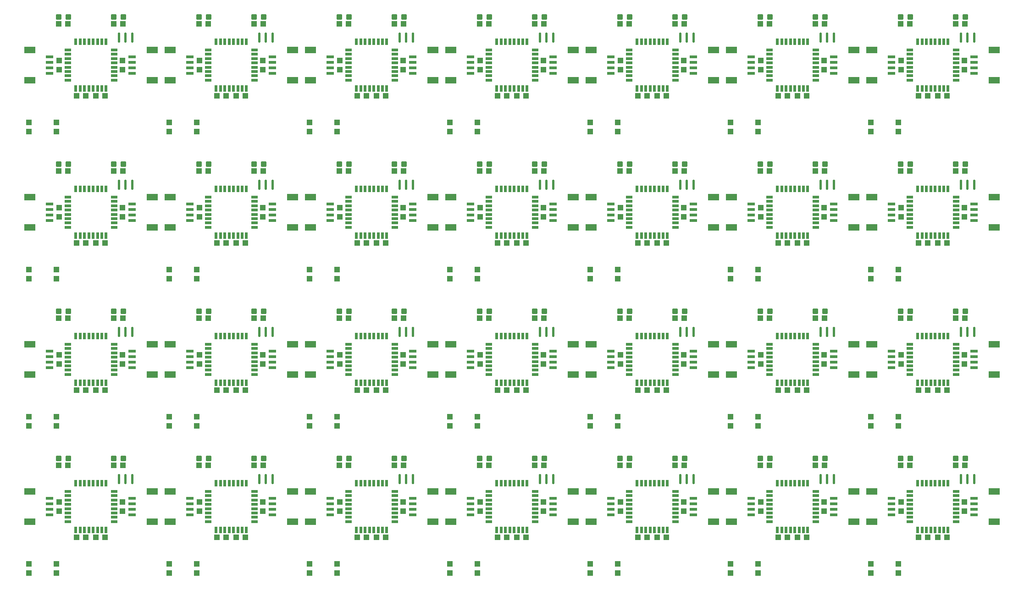
<source format=gtp>
G75*
%MOIN*%
%OFA0B0*%
%FSLAX25Y25*%
%IPPOS*%
%LPD*%
%AMOC8*
5,1,8,0,0,1.08239X$1,22.5*
%
%ADD10R,0.04331X0.03937*%
%ADD11R,0.03937X0.04331*%
%ADD12C,0.01181*%
%ADD13C,0.01772*%
%ADD14R,0.07874X0.04724*%
%ADD15R,0.05315X0.02362*%
%ADD16R,0.05000X0.02200*%
%ADD17R,0.02200X0.05000*%
D10*
X0068404Y0061250D03*
X0075096Y0061250D03*
X0082404Y0061250D03*
X0089096Y0061250D03*
X0095404Y0113750D03*
X0102096Y0113750D03*
X0062096Y0113750D03*
X0055404Y0113750D03*
X0068404Y0168250D03*
X0075096Y0168250D03*
X0082404Y0168250D03*
X0089096Y0168250D03*
X0095404Y0220750D03*
X0102096Y0220750D03*
X0062096Y0220750D03*
X0055404Y0220750D03*
X0068404Y0275250D03*
X0075096Y0275250D03*
X0082404Y0275250D03*
X0089096Y0275250D03*
X0095404Y0327750D03*
X0102096Y0327750D03*
X0062096Y0327750D03*
X0055404Y0327750D03*
X0068404Y0382250D03*
X0075096Y0382250D03*
X0082404Y0382250D03*
X0089096Y0382250D03*
X0095404Y0434750D03*
X0102096Y0434750D03*
X0062096Y0434750D03*
X0055404Y0434750D03*
X0157404Y0434750D03*
X0164096Y0434750D03*
X0197404Y0434750D03*
X0204096Y0434750D03*
X0259404Y0434750D03*
X0266096Y0434750D03*
X0299404Y0434750D03*
X0306096Y0434750D03*
X0361404Y0434750D03*
X0368096Y0434750D03*
X0401404Y0434750D03*
X0408096Y0434750D03*
X0463404Y0434750D03*
X0470096Y0434750D03*
X0503404Y0434750D03*
X0510096Y0434750D03*
X0565404Y0434750D03*
X0572096Y0434750D03*
X0605404Y0434750D03*
X0612096Y0434750D03*
X0667404Y0434750D03*
X0674096Y0434750D03*
X0707404Y0434750D03*
X0714096Y0434750D03*
X0701096Y0382250D03*
X0694404Y0382250D03*
X0687096Y0382250D03*
X0680404Y0382250D03*
X0599096Y0382250D03*
X0592404Y0382250D03*
X0585096Y0382250D03*
X0578404Y0382250D03*
X0497096Y0382250D03*
X0490404Y0382250D03*
X0483096Y0382250D03*
X0476404Y0382250D03*
X0395096Y0382250D03*
X0388404Y0382250D03*
X0381096Y0382250D03*
X0374404Y0382250D03*
X0293096Y0382250D03*
X0286404Y0382250D03*
X0279096Y0382250D03*
X0272404Y0382250D03*
X0191096Y0382250D03*
X0184404Y0382250D03*
X0177096Y0382250D03*
X0170404Y0382250D03*
X0164096Y0327750D03*
X0157404Y0327750D03*
X0197404Y0327750D03*
X0204096Y0327750D03*
X0259404Y0327750D03*
X0266096Y0327750D03*
X0299404Y0327750D03*
X0306096Y0327750D03*
X0361404Y0327750D03*
X0368096Y0327750D03*
X0401404Y0327750D03*
X0408096Y0327750D03*
X0463404Y0327750D03*
X0470096Y0327750D03*
X0503404Y0327750D03*
X0510096Y0327750D03*
X0565404Y0327750D03*
X0572096Y0327750D03*
X0605404Y0327750D03*
X0612096Y0327750D03*
X0667404Y0327750D03*
X0674096Y0327750D03*
X0707404Y0327750D03*
X0714096Y0327750D03*
X0701096Y0275250D03*
X0694404Y0275250D03*
X0687096Y0275250D03*
X0680404Y0275250D03*
X0674096Y0220750D03*
X0667404Y0220750D03*
X0707404Y0220750D03*
X0714096Y0220750D03*
X0701096Y0168250D03*
X0694404Y0168250D03*
X0687096Y0168250D03*
X0680404Y0168250D03*
X0599096Y0168250D03*
X0592404Y0168250D03*
X0585096Y0168250D03*
X0578404Y0168250D03*
X0572096Y0220750D03*
X0565404Y0220750D03*
X0605404Y0220750D03*
X0612096Y0220750D03*
X0599096Y0275250D03*
X0592404Y0275250D03*
X0585096Y0275250D03*
X0578404Y0275250D03*
X0497096Y0275250D03*
X0490404Y0275250D03*
X0483096Y0275250D03*
X0476404Y0275250D03*
X0470096Y0220750D03*
X0463404Y0220750D03*
X0503404Y0220750D03*
X0510096Y0220750D03*
X0497096Y0168250D03*
X0490404Y0168250D03*
X0483096Y0168250D03*
X0476404Y0168250D03*
X0395096Y0168250D03*
X0388404Y0168250D03*
X0381096Y0168250D03*
X0374404Y0168250D03*
X0368096Y0220750D03*
X0361404Y0220750D03*
X0401404Y0220750D03*
X0408096Y0220750D03*
X0395096Y0275250D03*
X0388404Y0275250D03*
X0381096Y0275250D03*
X0374404Y0275250D03*
X0293096Y0275250D03*
X0286404Y0275250D03*
X0279096Y0275250D03*
X0272404Y0275250D03*
X0266096Y0220750D03*
X0259404Y0220750D03*
X0299404Y0220750D03*
X0306096Y0220750D03*
X0293096Y0168250D03*
X0286404Y0168250D03*
X0279096Y0168250D03*
X0272404Y0168250D03*
X0191096Y0168250D03*
X0184404Y0168250D03*
X0177096Y0168250D03*
X0170404Y0168250D03*
X0164096Y0220750D03*
X0157404Y0220750D03*
X0197404Y0220750D03*
X0204096Y0220750D03*
X0191096Y0275250D03*
X0184404Y0275250D03*
X0177096Y0275250D03*
X0170404Y0275250D03*
X0164096Y0113750D03*
X0157404Y0113750D03*
X0197404Y0113750D03*
X0204096Y0113750D03*
X0259404Y0113750D03*
X0266096Y0113750D03*
X0299404Y0113750D03*
X0306096Y0113750D03*
X0361404Y0113750D03*
X0368096Y0113750D03*
X0401404Y0113750D03*
X0408096Y0113750D03*
X0463404Y0113750D03*
X0470096Y0113750D03*
X0503404Y0113750D03*
X0510096Y0113750D03*
X0565404Y0113750D03*
X0572096Y0113750D03*
X0605404Y0113750D03*
X0612096Y0113750D03*
X0667404Y0113750D03*
X0674096Y0113750D03*
X0707404Y0113750D03*
X0714096Y0113750D03*
X0701096Y0061250D03*
X0694404Y0061250D03*
X0687096Y0061250D03*
X0680404Y0061250D03*
X0599096Y0061250D03*
X0592404Y0061250D03*
X0585096Y0061250D03*
X0578404Y0061250D03*
X0497096Y0061250D03*
X0490404Y0061250D03*
X0483096Y0061250D03*
X0476404Y0061250D03*
X0395096Y0061250D03*
X0388404Y0061250D03*
X0381096Y0061250D03*
X0374404Y0061250D03*
X0293096Y0061250D03*
X0286404Y0061250D03*
X0279096Y0061250D03*
X0272404Y0061250D03*
X0191096Y0061250D03*
X0184404Y0061250D03*
X0177096Y0061250D03*
X0170404Y0061250D03*
D11*
X0033750Y0035404D03*
X0033750Y0042096D03*
X0053750Y0042096D03*
X0053750Y0035404D03*
X0055750Y0080404D03*
X0055750Y0087096D03*
X0101750Y0087096D03*
X0101750Y0080404D03*
X0157750Y0080404D03*
X0157750Y0087096D03*
X0203750Y0087096D03*
X0203750Y0080404D03*
X0259750Y0080404D03*
X0259750Y0087096D03*
X0305750Y0087096D03*
X0305750Y0080404D03*
X0361750Y0080404D03*
X0361750Y0087096D03*
X0407750Y0087096D03*
X0407750Y0080404D03*
X0463750Y0080404D03*
X0463750Y0087096D03*
X0509750Y0087096D03*
X0509750Y0080404D03*
X0543750Y0042096D03*
X0543750Y0035404D03*
X0563750Y0035404D03*
X0563750Y0042096D03*
X0565750Y0080404D03*
X0565750Y0087096D03*
X0611750Y0087096D03*
X0611750Y0080404D03*
X0645750Y0042096D03*
X0645750Y0035404D03*
X0665750Y0035404D03*
X0665750Y0042096D03*
X0667750Y0080404D03*
X0667750Y0087096D03*
X0713750Y0087096D03*
X0713750Y0080404D03*
X0665750Y0142404D03*
X0665750Y0149096D03*
X0645750Y0149096D03*
X0645750Y0142404D03*
X0667750Y0187404D03*
X0667750Y0194096D03*
X0713750Y0194096D03*
X0713750Y0187404D03*
X0665750Y0249404D03*
X0665750Y0256096D03*
X0645750Y0256096D03*
X0645750Y0249404D03*
X0667750Y0294404D03*
X0667750Y0301096D03*
X0713750Y0301096D03*
X0713750Y0294404D03*
X0665750Y0356404D03*
X0665750Y0363096D03*
X0645750Y0363096D03*
X0645750Y0356404D03*
X0667750Y0401404D03*
X0667750Y0408096D03*
X0713750Y0408096D03*
X0713750Y0401404D03*
X0611750Y0401404D03*
X0611750Y0408096D03*
X0565750Y0408096D03*
X0565750Y0401404D03*
X0563750Y0363096D03*
X0563750Y0356404D03*
X0543750Y0356404D03*
X0543750Y0363096D03*
X0509750Y0401404D03*
X0509750Y0408096D03*
X0463750Y0408096D03*
X0463750Y0401404D03*
X0407750Y0401404D03*
X0407750Y0408096D03*
X0361750Y0408096D03*
X0361750Y0401404D03*
X0305750Y0401404D03*
X0305750Y0408096D03*
X0259750Y0408096D03*
X0259750Y0401404D03*
X0203750Y0401404D03*
X0203750Y0408096D03*
X0157750Y0408096D03*
X0157750Y0401404D03*
X0101750Y0401404D03*
X0101750Y0408096D03*
X0055750Y0408096D03*
X0055750Y0401404D03*
X0053750Y0363096D03*
X0053750Y0356404D03*
X0033750Y0356404D03*
X0033750Y0363096D03*
X0055750Y0301096D03*
X0055750Y0294404D03*
X0101750Y0294404D03*
X0101750Y0301096D03*
X0157750Y0301096D03*
X0157750Y0294404D03*
X0203750Y0294404D03*
X0203750Y0301096D03*
X0259750Y0301096D03*
X0259750Y0294404D03*
X0305750Y0294404D03*
X0305750Y0301096D03*
X0361750Y0301096D03*
X0361750Y0294404D03*
X0407750Y0294404D03*
X0407750Y0301096D03*
X0463750Y0301096D03*
X0463750Y0294404D03*
X0509750Y0294404D03*
X0509750Y0301096D03*
X0565750Y0301096D03*
X0565750Y0294404D03*
X0611750Y0294404D03*
X0611750Y0301096D03*
X0563750Y0256096D03*
X0563750Y0249404D03*
X0543750Y0249404D03*
X0543750Y0256096D03*
X0461750Y0256096D03*
X0461750Y0249404D03*
X0441750Y0249404D03*
X0441750Y0256096D03*
X0359750Y0256096D03*
X0359750Y0249404D03*
X0339750Y0249404D03*
X0339750Y0256096D03*
X0257750Y0256096D03*
X0257750Y0249404D03*
X0237750Y0249404D03*
X0237750Y0256096D03*
X0155750Y0256096D03*
X0155750Y0249404D03*
X0135750Y0249404D03*
X0135750Y0256096D03*
X0053750Y0256096D03*
X0053750Y0249404D03*
X0033750Y0249404D03*
X0033750Y0256096D03*
X0055750Y0194096D03*
X0055750Y0187404D03*
X0101750Y0187404D03*
X0101750Y0194096D03*
X0157750Y0194096D03*
X0157750Y0187404D03*
X0203750Y0187404D03*
X0203750Y0194096D03*
X0259750Y0194096D03*
X0259750Y0187404D03*
X0305750Y0187404D03*
X0305750Y0194096D03*
X0361750Y0194096D03*
X0361750Y0187404D03*
X0407750Y0187404D03*
X0407750Y0194096D03*
X0463750Y0194096D03*
X0463750Y0187404D03*
X0509750Y0187404D03*
X0509750Y0194096D03*
X0565750Y0194096D03*
X0565750Y0187404D03*
X0611750Y0187404D03*
X0611750Y0194096D03*
X0563750Y0149096D03*
X0563750Y0142404D03*
X0543750Y0142404D03*
X0543750Y0149096D03*
X0461750Y0149096D03*
X0461750Y0142404D03*
X0441750Y0142404D03*
X0441750Y0149096D03*
X0359750Y0149096D03*
X0359750Y0142404D03*
X0339750Y0142404D03*
X0339750Y0149096D03*
X0257750Y0149096D03*
X0257750Y0142404D03*
X0237750Y0142404D03*
X0237750Y0149096D03*
X0155750Y0149096D03*
X0155750Y0142404D03*
X0135750Y0142404D03*
X0135750Y0149096D03*
X0053750Y0149096D03*
X0053750Y0142404D03*
X0033750Y0142404D03*
X0033750Y0149096D03*
X0135750Y0042096D03*
X0135750Y0035404D03*
X0155750Y0035404D03*
X0155750Y0042096D03*
X0237750Y0042096D03*
X0237750Y0035404D03*
X0257750Y0035404D03*
X0257750Y0042096D03*
X0339750Y0042096D03*
X0339750Y0035404D03*
X0359750Y0035404D03*
X0359750Y0042096D03*
X0441750Y0042096D03*
X0441750Y0035404D03*
X0461750Y0035404D03*
X0461750Y0042096D03*
X0461750Y0356404D03*
X0461750Y0363096D03*
X0441750Y0363096D03*
X0441750Y0356404D03*
X0359750Y0356404D03*
X0359750Y0363096D03*
X0339750Y0363096D03*
X0339750Y0356404D03*
X0257750Y0356404D03*
X0257750Y0363096D03*
X0237750Y0363096D03*
X0237750Y0356404D03*
X0155750Y0356404D03*
X0155750Y0363096D03*
X0135750Y0363096D03*
X0135750Y0356404D03*
D12*
X0155919Y0334128D02*
X0155919Y0331372D01*
X0155919Y0334128D02*
X0158675Y0334128D01*
X0158675Y0331372D01*
X0155919Y0331372D01*
X0155919Y0332494D02*
X0158675Y0332494D01*
X0158675Y0333616D02*
X0155919Y0333616D01*
X0162825Y0334128D02*
X0162825Y0331372D01*
X0162825Y0334128D02*
X0165581Y0334128D01*
X0165581Y0331372D01*
X0162825Y0331372D01*
X0162825Y0332494D02*
X0165581Y0332494D01*
X0165581Y0333616D02*
X0162825Y0333616D01*
X0198675Y0334128D02*
X0198675Y0331372D01*
X0195919Y0331372D01*
X0195919Y0334128D01*
X0198675Y0334128D01*
X0198675Y0332494D02*
X0195919Y0332494D01*
X0195919Y0333616D02*
X0198675Y0333616D01*
X0205581Y0334128D02*
X0205581Y0331372D01*
X0202825Y0331372D01*
X0202825Y0334128D01*
X0205581Y0334128D01*
X0205581Y0332494D02*
X0202825Y0332494D01*
X0202825Y0333616D02*
X0205581Y0333616D01*
X0257919Y0334128D02*
X0257919Y0331372D01*
X0257919Y0334128D02*
X0260675Y0334128D01*
X0260675Y0331372D01*
X0257919Y0331372D01*
X0257919Y0332494D02*
X0260675Y0332494D01*
X0260675Y0333616D02*
X0257919Y0333616D01*
X0264825Y0334128D02*
X0264825Y0331372D01*
X0264825Y0334128D02*
X0267581Y0334128D01*
X0267581Y0331372D01*
X0264825Y0331372D01*
X0264825Y0332494D02*
X0267581Y0332494D01*
X0267581Y0333616D02*
X0264825Y0333616D01*
X0300675Y0334128D02*
X0300675Y0331372D01*
X0297919Y0331372D01*
X0297919Y0334128D01*
X0300675Y0334128D01*
X0300675Y0332494D02*
X0297919Y0332494D01*
X0297919Y0333616D02*
X0300675Y0333616D01*
X0307581Y0334128D02*
X0307581Y0331372D01*
X0304825Y0331372D01*
X0304825Y0334128D01*
X0307581Y0334128D01*
X0307581Y0332494D02*
X0304825Y0332494D01*
X0304825Y0333616D02*
X0307581Y0333616D01*
X0359919Y0334128D02*
X0359919Y0331372D01*
X0359919Y0334128D02*
X0362675Y0334128D01*
X0362675Y0331372D01*
X0359919Y0331372D01*
X0359919Y0332494D02*
X0362675Y0332494D01*
X0362675Y0333616D02*
X0359919Y0333616D01*
X0366825Y0334128D02*
X0366825Y0331372D01*
X0366825Y0334128D02*
X0369581Y0334128D01*
X0369581Y0331372D01*
X0366825Y0331372D01*
X0366825Y0332494D02*
X0369581Y0332494D01*
X0369581Y0333616D02*
X0366825Y0333616D01*
X0402675Y0334128D02*
X0402675Y0331372D01*
X0399919Y0331372D01*
X0399919Y0334128D01*
X0402675Y0334128D01*
X0402675Y0332494D02*
X0399919Y0332494D01*
X0399919Y0333616D02*
X0402675Y0333616D01*
X0409581Y0334128D02*
X0409581Y0331372D01*
X0406825Y0331372D01*
X0406825Y0334128D01*
X0409581Y0334128D01*
X0409581Y0332494D02*
X0406825Y0332494D01*
X0406825Y0333616D02*
X0409581Y0333616D01*
X0461919Y0334128D02*
X0461919Y0331372D01*
X0461919Y0334128D02*
X0464675Y0334128D01*
X0464675Y0331372D01*
X0461919Y0331372D01*
X0461919Y0332494D02*
X0464675Y0332494D01*
X0464675Y0333616D02*
X0461919Y0333616D01*
X0468825Y0334128D02*
X0468825Y0331372D01*
X0468825Y0334128D02*
X0471581Y0334128D01*
X0471581Y0331372D01*
X0468825Y0331372D01*
X0468825Y0332494D02*
X0471581Y0332494D01*
X0471581Y0333616D02*
X0468825Y0333616D01*
X0504675Y0334128D02*
X0504675Y0331372D01*
X0501919Y0331372D01*
X0501919Y0334128D01*
X0504675Y0334128D01*
X0504675Y0332494D02*
X0501919Y0332494D01*
X0501919Y0333616D02*
X0504675Y0333616D01*
X0511581Y0334128D02*
X0511581Y0331372D01*
X0508825Y0331372D01*
X0508825Y0334128D01*
X0511581Y0334128D01*
X0511581Y0332494D02*
X0508825Y0332494D01*
X0508825Y0333616D02*
X0511581Y0333616D01*
X0563919Y0334128D02*
X0563919Y0331372D01*
X0563919Y0334128D02*
X0566675Y0334128D01*
X0566675Y0331372D01*
X0563919Y0331372D01*
X0563919Y0332494D02*
X0566675Y0332494D01*
X0566675Y0333616D02*
X0563919Y0333616D01*
X0570825Y0334128D02*
X0570825Y0331372D01*
X0570825Y0334128D02*
X0573581Y0334128D01*
X0573581Y0331372D01*
X0570825Y0331372D01*
X0570825Y0332494D02*
X0573581Y0332494D01*
X0573581Y0333616D02*
X0570825Y0333616D01*
X0606675Y0334128D02*
X0606675Y0331372D01*
X0603919Y0331372D01*
X0603919Y0334128D01*
X0606675Y0334128D01*
X0606675Y0332494D02*
X0603919Y0332494D01*
X0603919Y0333616D02*
X0606675Y0333616D01*
X0613581Y0334128D02*
X0613581Y0331372D01*
X0610825Y0331372D01*
X0610825Y0334128D01*
X0613581Y0334128D01*
X0613581Y0332494D02*
X0610825Y0332494D01*
X0610825Y0333616D02*
X0613581Y0333616D01*
X0665919Y0334128D02*
X0665919Y0331372D01*
X0665919Y0334128D02*
X0668675Y0334128D01*
X0668675Y0331372D01*
X0665919Y0331372D01*
X0665919Y0332494D02*
X0668675Y0332494D01*
X0668675Y0333616D02*
X0665919Y0333616D01*
X0672825Y0334128D02*
X0672825Y0331372D01*
X0672825Y0334128D02*
X0675581Y0334128D01*
X0675581Y0331372D01*
X0672825Y0331372D01*
X0672825Y0332494D02*
X0675581Y0332494D01*
X0675581Y0333616D02*
X0672825Y0333616D01*
X0708675Y0334128D02*
X0708675Y0331372D01*
X0705919Y0331372D01*
X0705919Y0334128D01*
X0708675Y0334128D01*
X0708675Y0332494D02*
X0705919Y0332494D01*
X0705919Y0333616D02*
X0708675Y0333616D01*
X0715581Y0334128D02*
X0715581Y0331372D01*
X0712825Y0331372D01*
X0712825Y0334128D01*
X0715581Y0334128D01*
X0715581Y0332494D02*
X0712825Y0332494D01*
X0712825Y0333616D02*
X0715581Y0333616D01*
X0715581Y0227128D02*
X0715581Y0224372D01*
X0712825Y0224372D01*
X0712825Y0227128D01*
X0715581Y0227128D01*
X0715581Y0225494D02*
X0712825Y0225494D01*
X0712825Y0226616D02*
X0715581Y0226616D01*
X0708675Y0227128D02*
X0708675Y0224372D01*
X0705919Y0224372D01*
X0705919Y0227128D01*
X0708675Y0227128D01*
X0708675Y0225494D02*
X0705919Y0225494D01*
X0705919Y0226616D02*
X0708675Y0226616D01*
X0672825Y0227128D02*
X0672825Y0224372D01*
X0672825Y0227128D02*
X0675581Y0227128D01*
X0675581Y0224372D01*
X0672825Y0224372D01*
X0672825Y0225494D02*
X0675581Y0225494D01*
X0675581Y0226616D02*
X0672825Y0226616D01*
X0665919Y0227128D02*
X0665919Y0224372D01*
X0665919Y0227128D02*
X0668675Y0227128D01*
X0668675Y0224372D01*
X0665919Y0224372D01*
X0665919Y0225494D02*
X0668675Y0225494D01*
X0668675Y0226616D02*
X0665919Y0226616D01*
X0613581Y0227128D02*
X0613581Y0224372D01*
X0610825Y0224372D01*
X0610825Y0227128D01*
X0613581Y0227128D01*
X0613581Y0225494D02*
X0610825Y0225494D01*
X0610825Y0226616D02*
X0613581Y0226616D01*
X0606675Y0227128D02*
X0606675Y0224372D01*
X0603919Y0224372D01*
X0603919Y0227128D01*
X0606675Y0227128D01*
X0606675Y0225494D02*
X0603919Y0225494D01*
X0603919Y0226616D02*
X0606675Y0226616D01*
X0570825Y0227128D02*
X0570825Y0224372D01*
X0570825Y0227128D02*
X0573581Y0227128D01*
X0573581Y0224372D01*
X0570825Y0224372D01*
X0570825Y0225494D02*
X0573581Y0225494D01*
X0573581Y0226616D02*
X0570825Y0226616D01*
X0563919Y0227128D02*
X0563919Y0224372D01*
X0563919Y0227128D02*
X0566675Y0227128D01*
X0566675Y0224372D01*
X0563919Y0224372D01*
X0563919Y0225494D02*
X0566675Y0225494D01*
X0566675Y0226616D02*
X0563919Y0226616D01*
X0511581Y0227128D02*
X0511581Y0224372D01*
X0508825Y0224372D01*
X0508825Y0227128D01*
X0511581Y0227128D01*
X0511581Y0225494D02*
X0508825Y0225494D01*
X0508825Y0226616D02*
X0511581Y0226616D01*
X0504675Y0227128D02*
X0504675Y0224372D01*
X0501919Y0224372D01*
X0501919Y0227128D01*
X0504675Y0227128D01*
X0504675Y0225494D02*
X0501919Y0225494D01*
X0501919Y0226616D02*
X0504675Y0226616D01*
X0468825Y0227128D02*
X0468825Y0224372D01*
X0468825Y0227128D02*
X0471581Y0227128D01*
X0471581Y0224372D01*
X0468825Y0224372D01*
X0468825Y0225494D02*
X0471581Y0225494D01*
X0471581Y0226616D02*
X0468825Y0226616D01*
X0461919Y0227128D02*
X0461919Y0224372D01*
X0461919Y0227128D02*
X0464675Y0227128D01*
X0464675Y0224372D01*
X0461919Y0224372D01*
X0461919Y0225494D02*
X0464675Y0225494D01*
X0464675Y0226616D02*
X0461919Y0226616D01*
X0409581Y0227128D02*
X0409581Y0224372D01*
X0406825Y0224372D01*
X0406825Y0227128D01*
X0409581Y0227128D01*
X0409581Y0225494D02*
X0406825Y0225494D01*
X0406825Y0226616D02*
X0409581Y0226616D01*
X0402675Y0227128D02*
X0402675Y0224372D01*
X0399919Y0224372D01*
X0399919Y0227128D01*
X0402675Y0227128D01*
X0402675Y0225494D02*
X0399919Y0225494D01*
X0399919Y0226616D02*
X0402675Y0226616D01*
X0366825Y0227128D02*
X0366825Y0224372D01*
X0366825Y0227128D02*
X0369581Y0227128D01*
X0369581Y0224372D01*
X0366825Y0224372D01*
X0366825Y0225494D02*
X0369581Y0225494D01*
X0369581Y0226616D02*
X0366825Y0226616D01*
X0359919Y0227128D02*
X0359919Y0224372D01*
X0359919Y0227128D02*
X0362675Y0227128D01*
X0362675Y0224372D01*
X0359919Y0224372D01*
X0359919Y0225494D02*
X0362675Y0225494D01*
X0362675Y0226616D02*
X0359919Y0226616D01*
X0307581Y0227128D02*
X0307581Y0224372D01*
X0304825Y0224372D01*
X0304825Y0227128D01*
X0307581Y0227128D01*
X0307581Y0225494D02*
X0304825Y0225494D01*
X0304825Y0226616D02*
X0307581Y0226616D01*
X0300675Y0227128D02*
X0300675Y0224372D01*
X0297919Y0224372D01*
X0297919Y0227128D01*
X0300675Y0227128D01*
X0300675Y0225494D02*
X0297919Y0225494D01*
X0297919Y0226616D02*
X0300675Y0226616D01*
X0264825Y0227128D02*
X0264825Y0224372D01*
X0264825Y0227128D02*
X0267581Y0227128D01*
X0267581Y0224372D01*
X0264825Y0224372D01*
X0264825Y0225494D02*
X0267581Y0225494D01*
X0267581Y0226616D02*
X0264825Y0226616D01*
X0257919Y0227128D02*
X0257919Y0224372D01*
X0257919Y0227128D02*
X0260675Y0227128D01*
X0260675Y0224372D01*
X0257919Y0224372D01*
X0257919Y0225494D02*
X0260675Y0225494D01*
X0260675Y0226616D02*
X0257919Y0226616D01*
X0205581Y0227128D02*
X0205581Y0224372D01*
X0202825Y0224372D01*
X0202825Y0227128D01*
X0205581Y0227128D01*
X0205581Y0225494D02*
X0202825Y0225494D01*
X0202825Y0226616D02*
X0205581Y0226616D01*
X0198675Y0227128D02*
X0198675Y0224372D01*
X0195919Y0224372D01*
X0195919Y0227128D01*
X0198675Y0227128D01*
X0198675Y0225494D02*
X0195919Y0225494D01*
X0195919Y0226616D02*
X0198675Y0226616D01*
X0162825Y0227128D02*
X0162825Y0224372D01*
X0162825Y0227128D02*
X0165581Y0227128D01*
X0165581Y0224372D01*
X0162825Y0224372D01*
X0162825Y0225494D02*
X0165581Y0225494D01*
X0165581Y0226616D02*
X0162825Y0226616D01*
X0155919Y0227128D02*
X0155919Y0224372D01*
X0155919Y0227128D02*
X0158675Y0227128D01*
X0158675Y0224372D01*
X0155919Y0224372D01*
X0155919Y0225494D02*
X0158675Y0225494D01*
X0158675Y0226616D02*
X0155919Y0226616D01*
X0103581Y0227128D02*
X0103581Y0224372D01*
X0100825Y0224372D01*
X0100825Y0227128D01*
X0103581Y0227128D01*
X0103581Y0225494D02*
X0100825Y0225494D01*
X0100825Y0226616D02*
X0103581Y0226616D01*
X0096675Y0227128D02*
X0096675Y0224372D01*
X0093919Y0224372D01*
X0093919Y0227128D01*
X0096675Y0227128D01*
X0096675Y0225494D02*
X0093919Y0225494D01*
X0093919Y0226616D02*
X0096675Y0226616D01*
X0060825Y0227128D02*
X0060825Y0224372D01*
X0060825Y0227128D02*
X0063581Y0227128D01*
X0063581Y0224372D01*
X0060825Y0224372D01*
X0060825Y0225494D02*
X0063581Y0225494D01*
X0063581Y0226616D02*
X0060825Y0226616D01*
X0053919Y0227128D02*
X0053919Y0224372D01*
X0053919Y0227128D02*
X0056675Y0227128D01*
X0056675Y0224372D01*
X0053919Y0224372D01*
X0053919Y0225494D02*
X0056675Y0225494D01*
X0056675Y0226616D02*
X0053919Y0226616D01*
X0053919Y0331372D02*
X0053919Y0334128D01*
X0056675Y0334128D01*
X0056675Y0331372D01*
X0053919Y0331372D01*
X0053919Y0332494D02*
X0056675Y0332494D01*
X0056675Y0333616D02*
X0053919Y0333616D01*
X0060825Y0334128D02*
X0060825Y0331372D01*
X0060825Y0334128D02*
X0063581Y0334128D01*
X0063581Y0331372D01*
X0060825Y0331372D01*
X0060825Y0332494D02*
X0063581Y0332494D01*
X0063581Y0333616D02*
X0060825Y0333616D01*
X0096675Y0334128D02*
X0096675Y0331372D01*
X0093919Y0331372D01*
X0093919Y0334128D01*
X0096675Y0334128D01*
X0096675Y0332494D02*
X0093919Y0332494D01*
X0093919Y0333616D02*
X0096675Y0333616D01*
X0103581Y0334128D02*
X0103581Y0331372D01*
X0100825Y0331372D01*
X0100825Y0334128D01*
X0103581Y0334128D01*
X0103581Y0332494D02*
X0100825Y0332494D01*
X0100825Y0333616D02*
X0103581Y0333616D01*
X0103581Y0438372D02*
X0103581Y0441128D01*
X0103581Y0438372D02*
X0100825Y0438372D01*
X0100825Y0441128D01*
X0103581Y0441128D01*
X0103581Y0439494D02*
X0100825Y0439494D01*
X0100825Y0440616D02*
X0103581Y0440616D01*
X0096675Y0441128D02*
X0096675Y0438372D01*
X0093919Y0438372D01*
X0093919Y0441128D01*
X0096675Y0441128D01*
X0096675Y0439494D02*
X0093919Y0439494D01*
X0093919Y0440616D02*
X0096675Y0440616D01*
X0060825Y0441128D02*
X0060825Y0438372D01*
X0060825Y0441128D02*
X0063581Y0441128D01*
X0063581Y0438372D01*
X0060825Y0438372D01*
X0060825Y0439494D02*
X0063581Y0439494D01*
X0063581Y0440616D02*
X0060825Y0440616D01*
X0053919Y0441128D02*
X0053919Y0438372D01*
X0053919Y0441128D02*
X0056675Y0441128D01*
X0056675Y0438372D01*
X0053919Y0438372D01*
X0053919Y0439494D02*
X0056675Y0439494D01*
X0056675Y0440616D02*
X0053919Y0440616D01*
X0155919Y0441128D02*
X0155919Y0438372D01*
X0155919Y0441128D02*
X0158675Y0441128D01*
X0158675Y0438372D01*
X0155919Y0438372D01*
X0155919Y0439494D02*
X0158675Y0439494D01*
X0158675Y0440616D02*
X0155919Y0440616D01*
X0162825Y0441128D02*
X0162825Y0438372D01*
X0162825Y0441128D02*
X0165581Y0441128D01*
X0165581Y0438372D01*
X0162825Y0438372D01*
X0162825Y0439494D02*
X0165581Y0439494D01*
X0165581Y0440616D02*
X0162825Y0440616D01*
X0198675Y0441128D02*
X0198675Y0438372D01*
X0195919Y0438372D01*
X0195919Y0441128D01*
X0198675Y0441128D01*
X0198675Y0439494D02*
X0195919Y0439494D01*
X0195919Y0440616D02*
X0198675Y0440616D01*
X0205581Y0441128D02*
X0205581Y0438372D01*
X0202825Y0438372D01*
X0202825Y0441128D01*
X0205581Y0441128D01*
X0205581Y0439494D02*
X0202825Y0439494D01*
X0202825Y0440616D02*
X0205581Y0440616D01*
X0257919Y0441128D02*
X0257919Y0438372D01*
X0257919Y0441128D02*
X0260675Y0441128D01*
X0260675Y0438372D01*
X0257919Y0438372D01*
X0257919Y0439494D02*
X0260675Y0439494D01*
X0260675Y0440616D02*
X0257919Y0440616D01*
X0264825Y0441128D02*
X0264825Y0438372D01*
X0264825Y0441128D02*
X0267581Y0441128D01*
X0267581Y0438372D01*
X0264825Y0438372D01*
X0264825Y0439494D02*
X0267581Y0439494D01*
X0267581Y0440616D02*
X0264825Y0440616D01*
X0300675Y0441128D02*
X0300675Y0438372D01*
X0297919Y0438372D01*
X0297919Y0441128D01*
X0300675Y0441128D01*
X0300675Y0439494D02*
X0297919Y0439494D01*
X0297919Y0440616D02*
X0300675Y0440616D01*
X0307581Y0441128D02*
X0307581Y0438372D01*
X0304825Y0438372D01*
X0304825Y0441128D01*
X0307581Y0441128D01*
X0307581Y0439494D02*
X0304825Y0439494D01*
X0304825Y0440616D02*
X0307581Y0440616D01*
X0359919Y0441128D02*
X0359919Y0438372D01*
X0359919Y0441128D02*
X0362675Y0441128D01*
X0362675Y0438372D01*
X0359919Y0438372D01*
X0359919Y0439494D02*
X0362675Y0439494D01*
X0362675Y0440616D02*
X0359919Y0440616D01*
X0366825Y0441128D02*
X0366825Y0438372D01*
X0366825Y0441128D02*
X0369581Y0441128D01*
X0369581Y0438372D01*
X0366825Y0438372D01*
X0366825Y0439494D02*
X0369581Y0439494D01*
X0369581Y0440616D02*
X0366825Y0440616D01*
X0402675Y0441128D02*
X0402675Y0438372D01*
X0399919Y0438372D01*
X0399919Y0441128D01*
X0402675Y0441128D01*
X0402675Y0439494D02*
X0399919Y0439494D01*
X0399919Y0440616D02*
X0402675Y0440616D01*
X0409581Y0441128D02*
X0409581Y0438372D01*
X0406825Y0438372D01*
X0406825Y0441128D01*
X0409581Y0441128D01*
X0409581Y0439494D02*
X0406825Y0439494D01*
X0406825Y0440616D02*
X0409581Y0440616D01*
X0461919Y0441128D02*
X0461919Y0438372D01*
X0461919Y0441128D02*
X0464675Y0441128D01*
X0464675Y0438372D01*
X0461919Y0438372D01*
X0461919Y0439494D02*
X0464675Y0439494D01*
X0464675Y0440616D02*
X0461919Y0440616D01*
X0468825Y0441128D02*
X0468825Y0438372D01*
X0468825Y0441128D02*
X0471581Y0441128D01*
X0471581Y0438372D01*
X0468825Y0438372D01*
X0468825Y0439494D02*
X0471581Y0439494D01*
X0471581Y0440616D02*
X0468825Y0440616D01*
X0504675Y0441128D02*
X0504675Y0438372D01*
X0501919Y0438372D01*
X0501919Y0441128D01*
X0504675Y0441128D01*
X0504675Y0439494D02*
X0501919Y0439494D01*
X0501919Y0440616D02*
X0504675Y0440616D01*
X0511581Y0441128D02*
X0511581Y0438372D01*
X0508825Y0438372D01*
X0508825Y0441128D01*
X0511581Y0441128D01*
X0511581Y0439494D02*
X0508825Y0439494D01*
X0508825Y0440616D02*
X0511581Y0440616D01*
X0563919Y0441128D02*
X0563919Y0438372D01*
X0563919Y0441128D02*
X0566675Y0441128D01*
X0566675Y0438372D01*
X0563919Y0438372D01*
X0563919Y0439494D02*
X0566675Y0439494D01*
X0566675Y0440616D02*
X0563919Y0440616D01*
X0570825Y0441128D02*
X0570825Y0438372D01*
X0570825Y0441128D02*
X0573581Y0441128D01*
X0573581Y0438372D01*
X0570825Y0438372D01*
X0570825Y0439494D02*
X0573581Y0439494D01*
X0573581Y0440616D02*
X0570825Y0440616D01*
X0606675Y0441128D02*
X0606675Y0438372D01*
X0603919Y0438372D01*
X0603919Y0441128D01*
X0606675Y0441128D01*
X0606675Y0439494D02*
X0603919Y0439494D01*
X0603919Y0440616D02*
X0606675Y0440616D01*
X0613581Y0441128D02*
X0613581Y0438372D01*
X0610825Y0438372D01*
X0610825Y0441128D01*
X0613581Y0441128D01*
X0613581Y0439494D02*
X0610825Y0439494D01*
X0610825Y0440616D02*
X0613581Y0440616D01*
X0665919Y0441128D02*
X0665919Y0438372D01*
X0665919Y0441128D02*
X0668675Y0441128D01*
X0668675Y0438372D01*
X0665919Y0438372D01*
X0665919Y0439494D02*
X0668675Y0439494D01*
X0668675Y0440616D02*
X0665919Y0440616D01*
X0672825Y0441128D02*
X0672825Y0438372D01*
X0672825Y0441128D02*
X0675581Y0441128D01*
X0675581Y0438372D01*
X0672825Y0438372D01*
X0672825Y0439494D02*
X0675581Y0439494D01*
X0675581Y0440616D02*
X0672825Y0440616D01*
X0708675Y0441128D02*
X0708675Y0438372D01*
X0705919Y0438372D01*
X0705919Y0441128D01*
X0708675Y0441128D01*
X0708675Y0439494D02*
X0705919Y0439494D01*
X0705919Y0440616D02*
X0708675Y0440616D01*
X0715581Y0441128D02*
X0715581Y0438372D01*
X0712825Y0438372D01*
X0712825Y0441128D01*
X0715581Y0441128D01*
X0715581Y0439494D02*
X0712825Y0439494D01*
X0712825Y0440616D02*
X0715581Y0440616D01*
X0715581Y0120128D02*
X0715581Y0117372D01*
X0712825Y0117372D01*
X0712825Y0120128D01*
X0715581Y0120128D01*
X0715581Y0118494D02*
X0712825Y0118494D01*
X0712825Y0119616D02*
X0715581Y0119616D01*
X0708675Y0120128D02*
X0708675Y0117372D01*
X0705919Y0117372D01*
X0705919Y0120128D01*
X0708675Y0120128D01*
X0708675Y0118494D02*
X0705919Y0118494D01*
X0705919Y0119616D02*
X0708675Y0119616D01*
X0672825Y0120128D02*
X0672825Y0117372D01*
X0672825Y0120128D02*
X0675581Y0120128D01*
X0675581Y0117372D01*
X0672825Y0117372D01*
X0672825Y0118494D02*
X0675581Y0118494D01*
X0675581Y0119616D02*
X0672825Y0119616D01*
X0665919Y0120128D02*
X0665919Y0117372D01*
X0665919Y0120128D02*
X0668675Y0120128D01*
X0668675Y0117372D01*
X0665919Y0117372D01*
X0665919Y0118494D02*
X0668675Y0118494D01*
X0668675Y0119616D02*
X0665919Y0119616D01*
X0613581Y0120128D02*
X0613581Y0117372D01*
X0610825Y0117372D01*
X0610825Y0120128D01*
X0613581Y0120128D01*
X0613581Y0118494D02*
X0610825Y0118494D01*
X0610825Y0119616D02*
X0613581Y0119616D01*
X0606675Y0120128D02*
X0606675Y0117372D01*
X0603919Y0117372D01*
X0603919Y0120128D01*
X0606675Y0120128D01*
X0606675Y0118494D02*
X0603919Y0118494D01*
X0603919Y0119616D02*
X0606675Y0119616D01*
X0570825Y0120128D02*
X0570825Y0117372D01*
X0570825Y0120128D02*
X0573581Y0120128D01*
X0573581Y0117372D01*
X0570825Y0117372D01*
X0570825Y0118494D02*
X0573581Y0118494D01*
X0573581Y0119616D02*
X0570825Y0119616D01*
X0563919Y0120128D02*
X0563919Y0117372D01*
X0563919Y0120128D02*
X0566675Y0120128D01*
X0566675Y0117372D01*
X0563919Y0117372D01*
X0563919Y0118494D02*
X0566675Y0118494D01*
X0566675Y0119616D02*
X0563919Y0119616D01*
X0511581Y0120128D02*
X0511581Y0117372D01*
X0508825Y0117372D01*
X0508825Y0120128D01*
X0511581Y0120128D01*
X0511581Y0118494D02*
X0508825Y0118494D01*
X0508825Y0119616D02*
X0511581Y0119616D01*
X0504675Y0120128D02*
X0504675Y0117372D01*
X0501919Y0117372D01*
X0501919Y0120128D01*
X0504675Y0120128D01*
X0504675Y0118494D02*
X0501919Y0118494D01*
X0501919Y0119616D02*
X0504675Y0119616D01*
X0468825Y0120128D02*
X0468825Y0117372D01*
X0468825Y0120128D02*
X0471581Y0120128D01*
X0471581Y0117372D01*
X0468825Y0117372D01*
X0468825Y0118494D02*
X0471581Y0118494D01*
X0471581Y0119616D02*
X0468825Y0119616D01*
X0461919Y0120128D02*
X0461919Y0117372D01*
X0461919Y0120128D02*
X0464675Y0120128D01*
X0464675Y0117372D01*
X0461919Y0117372D01*
X0461919Y0118494D02*
X0464675Y0118494D01*
X0464675Y0119616D02*
X0461919Y0119616D01*
X0409581Y0120128D02*
X0409581Y0117372D01*
X0406825Y0117372D01*
X0406825Y0120128D01*
X0409581Y0120128D01*
X0409581Y0118494D02*
X0406825Y0118494D01*
X0406825Y0119616D02*
X0409581Y0119616D01*
X0402675Y0120128D02*
X0402675Y0117372D01*
X0399919Y0117372D01*
X0399919Y0120128D01*
X0402675Y0120128D01*
X0402675Y0118494D02*
X0399919Y0118494D01*
X0399919Y0119616D02*
X0402675Y0119616D01*
X0366825Y0120128D02*
X0366825Y0117372D01*
X0366825Y0120128D02*
X0369581Y0120128D01*
X0369581Y0117372D01*
X0366825Y0117372D01*
X0366825Y0118494D02*
X0369581Y0118494D01*
X0369581Y0119616D02*
X0366825Y0119616D01*
X0359919Y0120128D02*
X0359919Y0117372D01*
X0359919Y0120128D02*
X0362675Y0120128D01*
X0362675Y0117372D01*
X0359919Y0117372D01*
X0359919Y0118494D02*
X0362675Y0118494D01*
X0362675Y0119616D02*
X0359919Y0119616D01*
X0307581Y0120128D02*
X0307581Y0117372D01*
X0304825Y0117372D01*
X0304825Y0120128D01*
X0307581Y0120128D01*
X0307581Y0118494D02*
X0304825Y0118494D01*
X0304825Y0119616D02*
X0307581Y0119616D01*
X0300675Y0120128D02*
X0300675Y0117372D01*
X0297919Y0117372D01*
X0297919Y0120128D01*
X0300675Y0120128D01*
X0300675Y0118494D02*
X0297919Y0118494D01*
X0297919Y0119616D02*
X0300675Y0119616D01*
X0264825Y0120128D02*
X0264825Y0117372D01*
X0264825Y0120128D02*
X0267581Y0120128D01*
X0267581Y0117372D01*
X0264825Y0117372D01*
X0264825Y0118494D02*
X0267581Y0118494D01*
X0267581Y0119616D02*
X0264825Y0119616D01*
X0257919Y0120128D02*
X0257919Y0117372D01*
X0257919Y0120128D02*
X0260675Y0120128D01*
X0260675Y0117372D01*
X0257919Y0117372D01*
X0257919Y0118494D02*
X0260675Y0118494D01*
X0260675Y0119616D02*
X0257919Y0119616D01*
X0205581Y0120128D02*
X0205581Y0117372D01*
X0202825Y0117372D01*
X0202825Y0120128D01*
X0205581Y0120128D01*
X0205581Y0118494D02*
X0202825Y0118494D01*
X0202825Y0119616D02*
X0205581Y0119616D01*
X0198675Y0120128D02*
X0198675Y0117372D01*
X0195919Y0117372D01*
X0195919Y0120128D01*
X0198675Y0120128D01*
X0198675Y0118494D02*
X0195919Y0118494D01*
X0195919Y0119616D02*
X0198675Y0119616D01*
X0162825Y0120128D02*
X0162825Y0117372D01*
X0162825Y0120128D02*
X0165581Y0120128D01*
X0165581Y0117372D01*
X0162825Y0117372D01*
X0162825Y0118494D02*
X0165581Y0118494D01*
X0165581Y0119616D02*
X0162825Y0119616D01*
X0155919Y0120128D02*
X0155919Y0117372D01*
X0155919Y0120128D02*
X0158675Y0120128D01*
X0158675Y0117372D01*
X0155919Y0117372D01*
X0155919Y0118494D02*
X0158675Y0118494D01*
X0158675Y0119616D02*
X0155919Y0119616D01*
X0103581Y0120128D02*
X0103581Y0117372D01*
X0100825Y0117372D01*
X0100825Y0120128D01*
X0103581Y0120128D01*
X0103581Y0118494D02*
X0100825Y0118494D01*
X0100825Y0119616D02*
X0103581Y0119616D01*
X0096675Y0120128D02*
X0096675Y0117372D01*
X0093919Y0117372D01*
X0093919Y0120128D01*
X0096675Y0120128D01*
X0096675Y0118494D02*
X0093919Y0118494D01*
X0093919Y0119616D02*
X0096675Y0119616D01*
X0060825Y0120128D02*
X0060825Y0117372D01*
X0060825Y0120128D02*
X0063581Y0120128D01*
X0063581Y0117372D01*
X0060825Y0117372D01*
X0060825Y0118494D02*
X0063581Y0118494D01*
X0063581Y0119616D02*
X0060825Y0119616D01*
X0053919Y0120128D02*
X0053919Y0117372D01*
X0053919Y0120128D02*
X0056675Y0120128D01*
X0056675Y0117372D01*
X0053919Y0117372D01*
X0053919Y0118494D02*
X0056675Y0118494D01*
X0056675Y0119616D02*
X0053919Y0119616D01*
D13*
X0099026Y0106614D02*
X0099026Y0100886D01*
X0103750Y0100886D02*
X0103750Y0106614D01*
X0108474Y0106614D02*
X0108474Y0100886D01*
X0201026Y0100886D02*
X0201026Y0106614D01*
X0205750Y0106614D02*
X0205750Y0100886D01*
X0210474Y0100886D02*
X0210474Y0106614D01*
X0303026Y0106614D02*
X0303026Y0100886D01*
X0307750Y0100886D02*
X0307750Y0106614D01*
X0312474Y0106614D02*
X0312474Y0100886D01*
X0405026Y0100886D02*
X0405026Y0106614D01*
X0409750Y0106614D02*
X0409750Y0100886D01*
X0414474Y0100886D02*
X0414474Y0106614D01*
X0507026Y0106614D02*
X0507026Y0100886D01*
X0511750Y0100886D02*
X0511750Y0106614D01*
X0516474Y0106614D02*
X0516474Y0100886D01*
X0609026Y0100886D02*
X0609026Y0106614D01*
X0613750Y0106614D02*
X0613750Y0100886D01*
X0618474Y0100886D02*
X0618474Y0106614D01*
X0711026Y0106614D02*
X0711026Y0100886D01*
X0715750Y0100886D02*
X0715750Y0106614D01*
X0720474Y0106614D02*
X0720474Y0100886D01*
X0720474Y0207886D02*
X0720474Y0213614D01*
X0715750Y0213614D02*
X0715750Y0207886D01*
X0711026Y0207886D02*
X0711026Y0213614D01*
X0618474Y0213614D02*
X0618474Y0207886D01*
X0613750Y0207886D02*
X0613750Y0213614D01*
X0609026Y0213614D02*
X0609026Y0207886D01*
X0516474Y0207886D02*
X0516474Y0213614D01*
X0511750Y0213614D02*
X0511750Y0207886D01*
X0507026Y0207886D02*
X0507026Y0213614D01*
X0414474Y0213614D02*
X0414474Y0207886D01*
X0409750Y0207886D02*
X0409750Y0213614D01*
X0405026Y0213614D02*
X0405026Y0207886D01*
X0312474Y0207886D02*
X0312474Y0213614D01*
X0307750Y0213614D02*
X0307750Y0207886D01*
X0303026Y0207886D02*
X0303026Y0213614D01*
X0210474Y0213614D02*
X0210474Y0207886D01*
X0205750Y0207886D02*
X0205750Y0213614D01*
X0201026Y0213614D02*
X0201026Y0207886D01*
X0108474Y0207886D02*
X0108474Y0213614D01*
X0103750Y0213614D02*
X0103750Y0207886D01*
X0099026Y0207886D02*
X0099026Y0213614D01*
X0099026Y0314886D02*
X0099026Y0320614D01*
X0103750Y0320614D02*
X0103750Y0314886D01*
X0108474Y0314886D02*
X0108474Y0320614D01*
X0201026Y0320614D02*
X0201026Y0314886D01*
X0205750Y0314886D02*
X0205750Y0320614D01*
X0210474Y0320614D02*
X0210474Y0314886D01*
X0303026Y0314886D02*
X0303026Y0320614D01*
X0307750Y0320614D02*
X0307750Y0314886D01*
X0312474Y0314886D02*
X0312474Y0320614D01*
X0405026Y0320614D02*
X0405026Y0314886D01*
X0409750Y0314886D02*
X0409750Y0320614D01*
X0414474Y0320614D02*
X0414474Y0314886D01*
X0507026Y0314886D02*
X0507026Y0320614D01*
X0511750Y0320614D02*
X0511750Y0314886D01*
X0516474Y0314886D02*
X0516474Y0320614D01*
X0609026Y0320614D02*
X0609026Y0314886D01*
X0613750Y0314886D02*
X0613750Y0320614D01*
X0618474Y0320614D02*
X0618474Y0314886D01*
X0711026Y0314886D02*
X0711026Y0320614D01*
X0715750Y0320614D02*
X0715750Y0314886D01*
X0720474Y0314886D02*
X0720474Y0320614D01*
X0720474Y0421886D02*
X0720474Y0427614D01*
X0715750Y0427614D02*
X0715750Y0421886D01*
X0711026Y0421886D02*
X0711026Y0427614D01*
X0618474Y0427614D02*
X0618474Y0421886D01*
X0613750Y0421886D02*
X0613750Y0427614D01*
X0609026Y0427614D02*
X0609026Y0421886D01*
X0516474Y0421886D02*
X0516474Y0427614D01*
X0511750Y0427614D02*
X0511750Y0421886D01*
X0507026Y0421886D02*
X0507026Y0427614D01*
X0414474Y0427614D02*
X0414474Y0421886D01*
X0409750Y0421886D02*
X0409750Y0427614D01*
X0405026Y0427614D02*
X0405026Y0421886D01*
X0312474Y0421886D02*
X0312474Y0427614D01*
X0307750Y0427614D02*
X0307750Y0421886D01*
X0303026Y0421886D02*
X0303026Y0427614D01*
X0210474Y0427614D02*
X0210474Y0421886D01*
X0205750Y0421886D02*
X0205750Y0427614D01*
X0201026Y0427614D02*
X0201026Y0421886D01*
X0108474Y0421886D02*
X0108474Y0427614D01*
X0103750Y0427614D02*
X0103750Y0421886D01*
X0099026Y0421886D02*
X0099026Y0427614D01*
D14*
X0123219Y0415774D03*
X0136281Y0415774D03*
X0136281Y0393726D03*
X0123219Y0393726D03*
X0034281Y0393726D03*
X0034281Y0415774D03*
X0034281Y0308774D03*
X0034281Y0286726D03*
X0123219Y0286726D03*
X0136281Y0286726D03*
X0136281Y0308774D03*
X0123219Y0308774D03*
X0225219Y0308774D03*
X0238281Y0308774D03*
X0238281Y0286726D03*
X0225219Y0286726D03*
X0327219Y0286726D03*
X0340281Y0286726D03*
X0340281Y0308774D03*
X0327219Y0308774D03*
X0429219Y0308774D03*
X0442281Y0308774D03*
X0442281Y0286726D03*
X0429219Y0286726D03*
X0531219Y0286726D03*
X0544281Y0286726D03*
X0544281Y0308774D03*
X0531219Y0308774D03*
X0633219Y0308774D03*
X0646281Y0308774D03*
X0646281Y0286726D03*
X0633219Y0286726D03*
X0735219Y0286726D03*
X0735219Y0308774D03*
X0735219Y0393726D03*
X0735219Y0415774D03*
X0646281Y0415774D03*
X0633219Y0415774D03*
X0633219Y0393726D03*
X0646281Y0393726D03*
X0544281Y0393726D03*
X0531219Y0393726D03*
X0531219Y0415774D03*
X0544281Y0415774D03*
X0442281Y0415774D03*
X0429219Y0415774D03*
X0429219Y0393726D03*
X0442281Y0393726D03*
X0340281Y0393726D03*
X0327219Y0393726D03*
X0327219Y0415774D03*
X0340281Y0415774D03*
X0238281Y0415774D03*
X0225219Y0415774D03*
X0225219Y0393726D03*
X0238281Y0393726D03*
X0238281Y0201774D03*
X0225219Y0201774D03*
X0225219Y0179726D03*
X0238281Y0179726D03*
X0327219Y0179726D03*
X0340281Y0179726D03*
X0340281Y0201774D03*
X0327219Y0201774D03*
X0429219Y0201774D03*
X0442281Y0201774D03*
X0442281Y0179726D03*
X0429219Y0179726D03*
X0531219Y0179726D03*
X0544281Y0179726D03*
X0544281Y0201774D03*
X0531219Y0201774D03*
X0633219Y0201774D03*
X0646281Y0201774D03*
X0646281Y0179726D03*
X0633219Y0179726D03*
X0735219Y0179726D03*
X0735219Y0201774D03*
X0735219Y0094774D03*
X0735219Y0072726D03*
X0646281Y0072726D03*
X0633219Y0072726D03*
X0633219Y0094774D03*
X0646281Y0094774D03*
X0544281Y0094774D03*
X0531219Y0094774D03*
X0531219Y0072726D03*
X0544281Y0072726D03*
X0442281Y0072726D03*
X0429219Y0072726D03*
X0429219Y0094774D03*
X0442281Y0094774D03*
X0340281Y0094774D03*
X0327219Y0094774D03*
X0327219Y0072726D03*
X0340281Y0072726D03*
X0238281Y0072726D03*
X0225219Y0072726D03*
X0225219Y0094774D03*
X0238281Y0094774D03*
X0136281Y0094774D03*
X0123219Y0094774D03*
X0123219Y0072726D03*
X0136281Y0072726D03*
X0034281Y0072726D03*
X0034281Y0094774D03*
X0034281Y0179726D03*
X0034281Y0201774D03*
X0123219Y0201774D03*
X0136281Y0201774D03*
X0136281Y0179726D03*
X0123219Y0179726D03*
D15*
X0108750Y0184844D03*
X0108750Y0188781D03*
X0108750Y0192719D03*
X0108750Y0196656D03*
X0150750Y0196656D03*
X0150750Y0192719D03*
X0150750Y0188781D03*
X0150750Y0184844D03*
X0210750Y0184844D03*
X0210750Y0188781D03*
X0210750Y0192719D03*
X0210750Y0196656D03*
X0252750Y0196656D03*
X0252750Y0192719D03*
X0252750Y0188781D03*
X0252750Y0184844D03*
X0312750Y0184844D03*
X0312750Y0188781D03*
X0312750Y0192719D03*
X0312750Y0196656D03*
X0354750Y0196656D03*
X0354750Y0192719D03*
X0354750Y0188781D03*
X0354750Y0184844D03*
X0414750Y0184844D03*
X0414750Y0188781D03*
X0414750Y0192719D03*
X0414750Y0196656D03*
X0456750Y0196656D03*
X0456750Y0192719D03*
X0456750Y0188781D03*
X0456750Y0184844D03*
X0516750Y0184844D03*
X0516750Y0188781D03*
X0516750Y0192719D03*
X0516750Y0196656D03*
X0558750Y0196656D03*
X0558750Y0192719D03*
X0558750Y0188781D03*
X0558750Y0184844D03*
X0618750Y0184844D03*
X0618750Y0188781D03*
X0618750Y0192719D03*
X0618750Y0196656D03*
X0660750Y0196656D03*
X0660750Y0192719D03*
X0660750Y0188781D03*
X0660750Y0184844D03*
X0720750Y0184844D03*
X0720750Y0188781D03*
X0720750Y0192719D03*
X0720750Y0196656D03*
X0720750Y0291844D03*
X0720750Y0295781D03*
X0720750Y0299719D03*
X0720750Y0303656D03*
X0660750Y0303656D03*
X0660750Y0299719D03*
X0660750Y0295781D03*
X0660750Y0291844D03*
X0618750Y0291844D03*
X0618750Y0295781D03*
X0618750Y0299719D03*
X0618750Y0303656D03*
X0558750Y0303656D03*
X0558750Y0299719D03*
X0558750Y0295781D03*
X0558750Y0291844D03*
X0516750Y0291844D03*
X0516750Y0295781D03*
X0516750Y0299719D03*
X0516750Y0303656D03*
X0456750Y0303656D03*
X0456750Y0299719D03*
X0456750Y0295781D03*
X0456750Y0291844D03*
X0414750Y0291844D03*
X0414750Y0295781D03*
X0414750Y0299719D03*
X0414750Y0303656D03*
X0354750Y0303656D03*
X0354750Y0299719D03*
X0354750Y0295781D03*
X0354750Y0291844D03*
X0312750Y0291844D03*
X0312750Y0295781D03*
X0312750Y0299719D03*
X0312750Y0303656D03*
X0252750Y0303656D03*
X0252750Y0299719D03*
X0252750Y0295781D03*
X0252750Y0291844D03*
X0210750Y0291844D03*
X0210750Y0295781D03*
X0210750Y0299719D03*
X0210750Y0303656D03*
X0150750Y0303656D03*
X0150750Y0299719D03*
X0150750Y0295781D03*
X0150750Y0291844D03*
X0108750Y0291844D03*
X0108750Y0295781D03*
X0108750Y0299719D03*
X0108750Y0303656D03*
X0048750Y0303656D03*
X0048750Y0299719D03*
X0048750Y0295781D03*
X0048750Y0291844D03*
X0048750Y0196656D03*
X0048750Y0192719D03*
X0048750Y0188781D03*
X0048750Y0184844D03*
X0048750Y0089656D03*
X0048750Y0085719D03*
X0048750Y0081781D03*
X0048750Y0077844D03*
X0108750Y0077844D03*
X0108750Y0081781D03*
X0108750Y0085719D03*
X0108750Y0089656D03*
X0150750Y0089656D03*
X0150750Y0085719D03*
X0150750Y0081781D03*
X0150750Y0077844D03*
X0210750Y0077844D03*
X0210750Y0081781D03*
X0210750Y0085719D03*
X0210750Y0089656D03*
X0252750Y0089656D03*
X0252750Y0085719D03*
X0252750Y0081781D03*
X0252750Y0077844D03*
X0312750Y0077844D03*
X0312750Y0081781D03*
X0312750Y0085719D03*
X0312750Y0089656D03*
X0354750Y0089656D03*
X0354750Y0085719D03*
X0354750Y0081781D03*
X0354750Y0077844D03*
X0414750Y0077844D03*
X0414750Y0081781D03*
X0414750Y0085719D03*
X0414750Y0089656D03*
X0456750Y0089656D03*
X0456750Y0085719D03*
X0456750Y0081781D03*
X0456750Y0077844D03*
X0516750Y0077844D03*
X0516750Y0081781D03*
X0516750Y0085719D03*
X0516750Y0089656D03*
X0558750Y0089656D03*
X0558750Y0085719D03*
X0558750Y0081781D03*
X0558750Y0077844D03*
X0618750Y0077844D03*
X0618750Y0081781D03*
X0618750Y0085719D03*
X0618750Y0089656D03*
X0660750Y0089656D03*
X0660750Y0085719D03*
X0660750Y0081781D03*
X0660750Y0077844D03*
X0720750Y0077844D03*
X0720750Y0081781D03*
X0720750Y0085719D03*
X0720750Y0089656D03*
X0720750Y0398844D03*
X0720750Y0402781D03*
X0720750Y0406719D03*
X0720750Y0410656D03*
X0660750Y0410656D03*
X0660750Y0406719D03*
X0660750Y0402781D03*
X0660750Y0398844D03*
X0618750Y0398844D03*
X0618750Y0402781D03*
X0618750Y0406719D03*
X0618750Y0410656D03*
X0558750Y0410656D03*
X0558750Y0406719D03*
X0558750Y0402781D03*
X0558750Y0398844D03*
X0516750Y0398844D03*
X0516750Y0402781D03*
X0516750Y0406719D03*
X0516750Y0410656D03*
X0456750Y0410656D03*
X0456750Y0406719D03*
X0456750Y0402781D03*
X0456750Y0398844D03*
X0414750Y0398844D03*
X0414750Y0402781D03*
X0414750Y0406719D03*
X0414750Y0410656D03*
X0354750Y0410656D03*
X0354750Y0406719D03*
X0354750Y0402781D03*
X0354750Y0398844D03*
X0312750Y0398844D03*
X0312750Y0402781D03*
X0312750Y0406719D03*
X0312750Y0410656D03*
X0252750Y0410656D03*
X0252750Y0406719D03*
X0252750Y0402781D03*
X0252750Y0398844D03*
X0210750Y0398844D03*
X0210750Y0402781D03*
X0210750Y0406719D03*
X0210750Y0410656D03*
X0150750Y0410656D03*
X0150750Y0406719D03*
X0150750Y0402781D03*
X0150750Y0398844D03*
X0108750Y0398844D03*
X0108750Y0402781D03*
X0108750Y0406719D03*
X0108750Y0410656D03*
X0048750Y0410656D03*
X0048750Y0406719D03*
X0048750Y0402781D03*
X0048750Y0398844D03*
D16*
X0061850Y0400026D03*
X0061850Y0403175D03*
X0061850Y0406325D03*
X0061850Y0409474D03*
X0061850Y0412624D03*
X0061850Y0415774D03*
X0061850Y0396876D03*
X0061850Y0393726D03*
X0095650Y0393726D03*
X0095650Y0396876D03*
X0095650Y0400026D03*
X0095650Y0403175D03*
X0095650Y0406325D03*
X0095650Y0409474D03*
X0095650Y0412624D03*
X0095650Y0415774D03*
X0163850Y0415774D03*
X0163850Y0412624D03*
X0163850Y0409474D03*
X0163850Y0406325D03*
X0163850Y0403175D03*
X0163850Y0400026D03*
X0163850Y0396876D03*
X0163850Y0393726D03*
X0197650Y0393726D03*
X0197650Y0396876D03*
X0197650Y0400026D03*
X0197650Y0403175D03*
X0197650Y0406325D03*
X0197650Y0409474D03*
X0197650Y0412624D03*
X0197650Y0415774D03*
X0265850Y0415774D03*
X0265850Y0412624D03*
X0265850Y0409474D03*
X0265850Y0406325D03*
X0265850Y0403175D03*
X0265850Y0400026D03*
X0265850Y0396876D03*
X0265850Y0393726D03*
X0299650Y0393726D03*
X0299650Y0396876D03*
X0299650Y0400026D03*
X0299650Y0403175D03*
X0299650Y0406325D03*
X0299650Y0409474D03*
X0299650Y0412624D03*
X0299650Y0415774D03*
X0367850Y0415774D03*
X0367850Y0412624D03*
X0367850Y0409474D03*
X0367850Y0406325D03*
X0367850Y0403175D03*
X0367850Y0400026D03*
X0367850Y0396876D03*
X0367850Y0393726D03*
X0401650Y0393726D03*
X0401650Y0396876D03*
X0401650Y0400026D03*
X0401650Y0403175D03*
X0401650Y0406325D03*
X0401650Y0409474D03*
X0401650Y0412624D03*
X0401650Y0415774D03*
X0469850Y0415774D03*
X0469850Y0412624D03*
X0469850Y0409474D03*
X0469850Y0406325D03*
X0469850Y0403175D03*
X0469850Y0400026D03*
X0469850Y0396876D03*
X0469850Y0393726D03*
X0503650Y0393726D03*
X0503650Y0396876D03*
X0503650Y0400026D03*
X0503650Y0403175D03*
X0503650Y0406325D03*
X0503650Y0409474D03*
X0503650Y0412624D03*
X0503650Y0415774D03*
X0571850Y0415774D03*
X0571850Y0412624D03*
X0571850Y0409474D03*
X0571850Y0406325D03*
X0571850Y0403175D03*
X0571850Y0400026D03*
X0571850Y0396876D03*
X0571850Y0393726D03*
X0605650Y0393726D03*
X0605650Y0396876D03*
X0605650Y0400026D03*
X0605650Y0403175D03*
X0605650Y0406325D03*
X0605650Y0409474D03*
X0605650Y0412624D03*
X0605650Y0415774D03*
X0673850Y0415774D03*
X0673850Y0412624D03*
X0673850Y0409474D03*
X0673850Y0406325D03*
X0673850Y0403175D03*
X0673850Y0400026D03*
X0673850Y0396876D03*
X0673850Y0393726D03*
X0707650Y0393726D03*
X0707650Y0396876D03*
X0707650Y0400026D03*
X0707650Y0403175D03*
X0707650Y0406325D03*
X0707650Y0409474D03*
X0707650Y0412624D03*
X0707650Y0415774D03*
X0707650Y0308774D03*
X0707650Y0305624D03*
X0707650Y0302474D03*
X0707650Y0299325D03*
X0707650Y0296175D03*
X0707650Y0293026D03*
X0707650Y0289876D03*
X0707650Y0286726D03*
X0673850Y0286726D03*
X0673850Y0289876D03*
X0673850Y0293026D03*
X0673850Y0296175D03*
X0673850Y0299325D03*
X0673850Y0302474D03*
X0673850Y0305624D03*
X0673850Y0308774D03*
X0605650Y0308774D03*
X0605650Y0305624D03*
X0605650Y0302474D03*
X0605650Y0299325D03*
X0605650Y0296175D03*
X0605650Y0293026D03*
X0605650Y0289876D03*
X0605650Y0286726D03*
X0571850Y0286726D03*
X0571850Y0289876D03*
X0571850Y0293026D03*
X0571850Y0296175D03*
X0571850Y0299325D03*
X0571850Y0302474D03*
X0571850Y0305624D03*
X0571850Y0308774D03*
X0503650Y0308774D03*
X0503650Y0305624D03*
X0503650Y0302474D03*
X0503650Y0299325D03*
X0503650Y0296175D03*
X0503650Y0293026D03*
X0503650Y0289876D03*
X0503650Y0286726D03*
X0469850Y0286726D03*
X0469850Y0289876D03*
X0469850Y0293026D03*
X0469850Y0296175D03*
X0469850Y0299325D03*
X0469850Y0302474D03*
X0469850Y0305624D03*
X0469850Y0308774D03*
X0401650Y0308774D03*
X0401650Y0305624D03*
X0401650Y0302474D03*
X0401650Y0299325D03*
X0401650Y0296175D03*
X0401650Y0293026D03*
X0401650Y0289876D03*
X0401650Y0286726D03*
X0367850Y0286726D03*
X0367850Y0289876D03*
X0367850Y0293026D03*
X0367850Y0296175D03*
X0367850Y0299325D03*
X0367850Y0302474D03*
X0367850Y0305624D03*
X0367850Y0308774D03*
X0299650Y0308774D03*
X0299650Y0305624D03*
X0299650Y0302474D03*
X0299650Y0299325D03*
X0299650Y0296175D03*
X0299650Y0293026D03*
X0299650Y0289876D03*
X0299650Y0286726D03*
X0265850Y0286726D03*
X0265850Y0289876D03*
X0265850Y0293026D03*
X0265850Y0296175D03*
X0265850Y0299325D03*
X0265850Y0302474D03*
X0265850Y0305624D03*
X0265850Y0308774D03*
X0197650Y0308774D03*
X0197650Y0305624D03*
X0197650Y0302474D03*
X0197650Y0299325D03*
X0197650Y0296175D03*
X0197650Y0293026D03*
X0197650Y0289876D03*
X0197650Y0286726D03*
X0163850Y0286726D03*
X0163850Y0289876D03*
X0163850Y0293026D03*
X0163850Y0296175D03*
X0163850Y0299325D03*
X0163850Y0302474D03*
X0163850Y0305624D03*
X0163850Y0308774D03*
X0095650Y0308774D03*
X0095650Y0305624D03*
X0095650Y0302474D03*
X0095650Y0299325D03*
X0095650Y0296175D03*
X0095650Y0293026D03*
X0095650Y0289876D03*
X0095650Y0286726D03*
X0061850Y0286726D03*
X0061850Y0289876D03*
X0061850Y0293026D03*
X0061850Y0296175D03*
X0061850Y0299325D03*
X0061850Y0302474D03*
X0061850Y0305624D03*
X0061850Y0308774D03*
X0061850Y0201774D03*
X0061850Y0198624D03*
X0061850Y0195474D03*
X0061850Y0192325D03*
X0061850Y0189175D03*
X0061850Y0186026D03*
X0061850Y0182876D03*
X0061850Y0179726D03*
X0095650Y0179726D03*
X0095650Y0182876D03*
X0095650Y0186026D03*
X0095650Y0189175D03*
X0095650Y0192325D03*
X0095650Y0195474D03*
X0095650Y0198624D03*
X0095650Y0201774D03*
X0163850Y0201774D03*
X0163850Y0198624D03*
X0163850Y0195474D03*
X0163850Y0192325D03*
X0163850Y0189175D03*
X0163850Y0186026D03*
X0163850Y0182876D03*
X0163850Y0179726D03*
X0197650Y0179726D03*
X0197650Y0182876D03*
X0197650Y0186026D03*
X0197650Y0189175D03*
X0197650Y0192325D03*
X0197650Y0195474D03*
X0197650Y0198624D03*
X0197650Y0201774D03*
X0265850Y0201774D03*
X0265850Y0198624D03*
X0265850Y0195474D03*
X0265850Y0192325D03*
X0265850Y0189175D03*
X0265850Y0186026D03*
X0265850Y0182876D03*
X0265850Y0179726D03*
X0299650Y0179726D03*
X0299650Y0182876D03*
X0299650Y0186026D03*
X0299650Y0189175D03*
X0299650Y0192325D03*
X0299650Y0195474D03*
X0299650Y0198624D03*
X0299650Y0201774D03*
X0367850Y0201774D03*
X0367850Y0198624D03*
X0367850Y0195474D03*
X0367850Y0192325D03*
X0367850Y0189175D03*
X0367850Y0186026D03*
X0367850Y0182876D03*
X0367850Y0179726D03*
X0401650Y0179726D03*
X0401650Y0182876D03*
X0401650Y0186026D03*
X0401650Y0189175D03*
X0401650Y0192325D03*
X0401650Y0195474D03*
X0401650Y0198624D03*
X0401650Y0201774D03*
X0469850Y0201774D03*
X0469850Y0198624D03*
X0469850Y0195474D03*
X0469850Y0192325D03*
X0469850Y0189175D03*
X0469850Y0186026D03*
X0469850Y0182876D03*
X0469850Y0179726D03*
X0503650Y0179726D03*
X0503650Y0182876D03*
X0503650Y0186026D03*
X0503650Y0189175D03*
X0503650Y0192325D03*
X0503650Y0195474D03*
X0503650Y0198624D03*
X0503650Y0201774D03*
X0571850Y0201774D03*
X0571850Y0198624D03*
X0571850Y0195474D03*
X0571850Y0192325D03*
X0571850Y0189175D03*
X0571850Y0186026D03*
X0571850Y0182876D03*
X0571850Y0179726D03*
X0605650Y0179726D03*
X0605650Y0182876D03*
X0605650Y0186026D03*
X0605650Y0189175D03*
X0605650Y0192325D03*
X0605650Y0195474D03*
X0605650Y0198624D03*
X0605650Y0201774D03*
X0673850Y0201774D03*
X0673850Y0198624D03*
X0673850Y0195474D03*
X0673850Y0192325D03*
X0673850Y0189175D03*
X0673850Y0186026D03*
X0673850Y0182876D03*
X0673850Y0179726D03*
X0707650Y0179726D03*
X0707650Y0182876D03*
X0707650Y0186026D03*
X0707650Y0189175D03*
X0707650Y0192325D03*
X0707650Y0195474D03*
X0707650Y0198624D03*
X0707650Y0201774D03*
X0707650Y0094774D03*
X0707650Y0091624D03*
X0707650Y0088474D03*
X0707650Y0085325D03*
X0707650Y0082175D03*
X0707650Y0079026D03*
X0707650Y0075876D03*
X0707650Y0072726D03*
X0673850Y0072726D03*
X0673850Y0075876D03*
X0673850Y0079026D03*
X0673850Y0082175D03*
X0673850Y0085325D03*
X0673850Y0088474D03*
X0673850Y0091624D03*
X0673850Y0094774D03*
X0605650Y0094774D03*
X0605650Y0091624D03*
X0605650Y0088474D03*
X0605650Y0085325D03*
X0605650Y0082175D03*
X0605650Y0079026D03*
X0605650Y0075876D03*
X0605650Y0072726D03*
X0571850Y0072726D03*
X0571850Y0075876D03*
X0571850Y0079026D03*
X0571850Y0082175D03*
X0571850Y0085325D03*
X0571850Y0088474D03*
X0571850Y0091624D03*
X0571850Y0094774D03*
X0503650Y0094774D03*
X0503650Y0091624D03*
X0503650Y0088474D03*
X0503650Y0085325D03*
X0503650Y0082175D03*
X0503650Y0079026D03*
X0503650Y0075876D03*
X0503650Y0072726D03*
X0469850Y0072726D03*
X0469850Y0075876D03*
X0469850Y0079026D03*
X0469850Y0082175D03*
X0469850Y0085325D03*
X0469850Y0088474D03*
X0469850Y0091624D03*
X0469850Y0094774D03*
X0401650Y0094774D03*
X0401650Y0091624D03*
X0401650Y0088474D03*
X0401650Y0085325D03*
X0401650Y0082175D03*
X0401650Y0079026D03*
X0401650Y0075876D03*
X0401650Y0072726D03*
X0367850Y0072726D03*
X0367850Y0075876D03*
X0367850Y0079026D03*
X0367850Y0082175D03*
X0367850Y0085325D03*
X0367850Y0088474D03*
X0367850Y0091624D03*
X0367850Y0094774D03*
X0299650Y0094774D03*
X0299650Y0091624D03*
X0299650Y0088474D03*
X0299650Y0085325D03*
X0299650Y0082175D03*
X0299650Y0079026D03*
X0299650Y0075876D03*
X0299650Y0072726D03*
X0265850Y0072726D03*
X0265850Y0075876D03*
X0265850Y0079026D03*
X0265850Y0082175D03*
X0265850Y0085325D03*
X0265850Y0088474D03*
X0265850Y0091624D03*
X0265850Y0094774D03*
X0197650Y0094774D03*
X0197650Y0091624D03*
X0197650Y0088474D03*
X0197650Y0085325D03*
X0197650Y0082175D03*
X0197650Y0079026D03*
X0197650Y0075876D03*
X0197650Y0072726D03*
X0163850Y0072726D03*
X0163850Y0075876D03*
X0163850Y0079026D03*
X0163850Y0082175D03*
X0163850Y0085325D03*
X0163850Y0088474D03*
X0163850Y0091624D03*
X0163850Y0094774D03*
X0095650Y0094774D03*
X0095650Y0091624D03*
X0095650Y0088474D03*
X0095650Y0085325D03*
X0095650Y0082175D03*
X0095650Y0079026D03*
X0095650Y0075876D03*
X0095650Y0072726D03*
X0061850Y0072726D03*
X0061850Y0075876D03*
X0061850Y0079026D03*
X0061850Y0082175D03*
X0061850Y0085325D03*
X0061850Y0088474D03*
X0061850Y0091624D03*
X0061850Y0094774D03*
D17*
X0067726Y0100650D03*
X0070876Y0100650D03*
X0074026Y0100650D03*
X0077175Y0100650D03*
X0080325Y0100650D03*
X0083474Y0100650D03*
X0086624Y0100650D03*
X0089774Y0100650D03*
X0089774Y0066850D03*
X0086624Y0066850D03*
X0083474Y0066850D03*
X0080325Y0066850D03*
X0077175Y0066850D03*
X0074026Y0066850D03*
X0070876Y0066850D03*
X0067726Y0066850D03*
X0169726Y0066850D03*
X0172876Y0066850D03*
X0176026Y0066850D03*
X0179175Y0066850D03*
X0182325Y0066850D03*
X0185474Y0066850D03*
X0188624Y0066850D03*
X0191774Y0066850D03*
X0191774Y0100650D03*
X0188624Y0100650D03*
X0185474Y0100650D03*
X0182325Y0100650D03*
X0179175Y0100650D03*
X0176026Y0100650D03*
X0172876Y0100650D03*
X0169726Y0100650D03*
X0271726Y0100650D03*
X0274876Y0100650D03*
X0278026Y0100650D03*
X0281175Y0100650D03*
X0284325Y0100650D03*
X0287474Y0100650D03*
X0290624Y0100650D03*
X0293774Y0100650D03*
X0293774Y0066850D03*
X0290624Y0066850D03*
X0287474Y0066850D03*
X0284325Y0066850D03*
X0281175Y0066850D03*
X0278026Y0066850D03*
X0274876Y0066850D03*
X0271726Y0066850D03*
X0373726Y0066850D03*
X0376876Y0066850D03*
X0380026Y0066850D03*
X0383175Y0066850D03*
X0386325Y0066850D03*
X0389474Y0066850D03*
X0392624Y0066850D03*
X0395774Y0066850D03*
X0395774Y0100650D03*
X0392624Y0100650D03*
X0389474Y0100650D03*
X0386325Y0100650D03*
X0383175Y0100650D03*
X0380026Y0100650D03*
X0376876Y0100650D03*
X0373726Y0100650D03*
X0475726Y0100650D03*
X0478876Y0100650D03*
X0482026Y0100650D03*
X0485175Y0100650D03*
X0488325Y0100650D03*
X0491474Y0100650D03*
X0494624Y0100650D03*
X0497774Y0100650D03*
X0497774Y0066850D03*
X0494624Y0066850D03*
X0491474Y0066850D03*
X0488325Y0066850D03*
X0485175Y0066850D03*
X0482026Y0066850D03*
X0478876Y0066850D03*
X0475726Y0066850D03*
X0577726Y0066850D03*
X0580876Y0066850D03*
X0584026Y0066850D03*
X0587175Y0066850D03*
X0590325Y0066850D03*
X0593474Y0066850D03*
X0596624Y0066850D03*
X0599774Y0066850D03*
X0599774Y0100650D03*
X0596624Y0100650D03*
X0593474Y0100650D03*
X0590325Y0100650D03*
X0587175Y0100650D03*
X0584026Y0100650D03*
X0580876Y0100650D03*
X0577726Y0100650D03*
X0679726Y0100650D03*
X0682876Y0100650D03*
X0686026Y0100650D03*
X0689175Y0100650D03*
X0692325Y0100650D03*
X0695474Y0100650D03*
X0698624Y0100650D03*
X0701774Y0100650D03*
X0701774Y0066850D03*
X0698624Y0066850D03*
X0695474Y0066850D03*
X0692325Y0066850D03*
X0689175Y0066850D03*
X0686026Y0066850D03*
X0682876Y0066850D03*
X0679726Y0066850D03*
X0679726Y0173850D03*
X0682876Y0173850D03*
X0686026Y0173850D03*
X0689175Y0173850D03*
X0692325Y0173850D03*
X0695474Y0173850D03*
X0698624Y0173850D03*
X0701774Y0173850D03*
X0701774Y0207650D03*
X0698624Y0207650D03*
X0695474Y0207650D03*
X0692325Y0207650D03*
X0689175Y0207650D03*
X0686026Y0207650D03*
X0682876Y0207650D03*
X0679726Y0207650D03*
X0599774Y0207650D03*
X0596624Y0207650D03*
X0593474Y0207650D03*
X0590325Y0207650D03*
X0587175Y0207650D03*
X0584026Y0207650D03*
X0580876Y0207650D03*
X0577726Y0207650D03*
X0577726Y0173850D03*
X0580876Y0173850D03*
X0584026Y0173850D03*
X0587175Y0173850D03*
X0590325Y0173850D03*
X0593474Y0173850D03*
X0596624Y0173850D03*
X0599774Y0173850D03*
X0497774Y0173850D03*
X0494624Y0173850D03*
X0491474Y0173850D03*
X0488325Y0173850D03*
X0485175Y0173850D03*
X0482026Y0173850D03*
X0478876Y0173850D03*
X0475726Y0173850D03*
X0475726Y0207650D03*
X0478876Y0207650D03*
X0482026Y0207650D03*
X0485175Y0207650D03*
X0488325Y0207650D03*
X0491474Y0207650D03*
X0494624Y0207650D03*
X0497774Y0207650D03*
X0395774Y0207650D03*
X0392624Y0207650D03*
X0389474Y0207650D03*
X0386325Y0207650D03*
X0383175Y0207650D03*
X0380026Y0207650D03*
X0376876Y0207650D03*
X0373726Y0207650D03*
X0373726Y0173850D03*
X0376876Y0173850D03*
X0380026Y0173850D03*
X0383175Y0173850D03*
X0386325Y0173850D03*
X0389474Y0173850D03*
X0392624Y0173850D03*
X0395774Y0173850D03*
X0293774Y0173850D03*
X0290624Y0173850D03*
X0287474Y0173850D03*
X0284325Y0173850D03*
X0281175Y0173850D03*
X0278026Y0173850D03*
X0274876Y0173850D03*
X0271726Y0173850D03*
X0271726Y0207650D03*
X0274876Y0207650D03*
X0278026Y0207650D03*
X0281175Y0207650D03*
X0284325Y0207650D03*
X0287474Y0207650D03*
X0290624Y0207650D03*
X0293774Y0207650D03*
X0191774Y0207650D03*
X0188624Y0207650D03*
X0185474Y0207650D03*
X0182325Y0207650D03*
X0179175Y0207650D03*
X0176026Y0207650D03*
X0172876Y0207650D03*
X0169726Y0207650D03*
X0169726Y0173850D03*
X0172876Y0173850D03*
X0176026Y0173850D03*
X0179175Y0173850D03*
X0182325Y0173850D03*
X0185474Y0173850D03*
X0188624Y0173850D03*
X0191774Y0173850D03*
X0089774Y0173850D03*
X0086624Y0173850D03*
X0083474Y0173850D03*
X0080325Y0173850D03*
X0077175Y0173850D03*
X0074026Y0173850D03*
X0070876Y0173850D03*
X0067726Y0173850D03*
X0067726Y0207650D03*
X0070876Y0207650D03*
X0074026Y0207650D03*
X0077175Y0207650D03*
X0080325Y0207650D03*
X0083474Y0207650D03*
X0086624Y0207650D03*
X0089774Y0207650D03*
X0089774Y0280850D03*
X0086624Y0280850D03*
X0083474Y0280850D03*
X0080325Y0280850D03*
X0077175Y0280850D03*
X0074026Y0280850D03*
X0070876Y0280850D03*
X0067726Y0280850D03*
X0067726Y0314650D03*
X0070876Y0314650D03*
X0074026Y0314650D03*
X0077175Y0314650D03*
X0080325Y0314650D03*
X0083474Y0314650D03*
X0086624Y0314650D03*
X0089774Y0314650D03*
X0169726Y0314650D03*
X0172876Y0314650D03*
X0176026Y0314650D03*
X0179175Y0314650D03*
X0182325Y0314650D03*
X0185474Y0314650D03*
X0188624Y0314650D03*
X0191774Y0314650D03*
X0191774Y0280850D03*
X0188624Y0280850D03*
X0185474Y0280850D03*
X0182325Y0280850D03*
X0179175Y0280850D03*
X0176026Y0280850D03*
X0172876Y0280850D03*
X0169726Y0280850D03*
X0271726Y0280850D03*
X0274876Y0280850D03*
X0278026Y0280850D03*
X0281175Y0280850D03*
X0284325Y0280850D03*
X0287474Y0280850D03*
X0290624Y0280850D03*
X0293774Y0280850D03*
X0293774Y0314650D03*
X0290624Y0314650D03*
X0287474Y0314650D03*
X0284325Y0314650D03*
X0281175Y0314650D03*
X0278026Y0314650D03*
X0274876Y0314650D03*
X0271726Y0314650D03*
X0373726Y0314650D03*
X0376876Y0314650D03*
X0380026Y0314650D03*
X0383175Y0314650D03*
X0386325Y0314650D03*
X0389474Y0314650D03*
X0392624Y0314650D03*
X0395774Y0314650D03*
X0395774Y0280850D03*
X0392624Y0280850D03*
X0389474Y0280850D03*
X0386325Y0280850D03*
X0383175Y0280850D03*
X0380026Y0280850D03*
X0376876Y0280850D03*
X0373726Y0280850D03*
X0475726Y0280850D03*
X0478876Y0280850D03*
X0482026Y0280850D03*
X0485175Y0280850D03*
X0488325Y0280850D03*
X0491474Y0280850D03*
X0494624Y0280850D03*
X0497774Y0280850D03*
X0497774Y0314650D03*
X0494624Y0314650D03*
X0491474Y0314650D03*
X0488325Y0314650D03*
X0485175Y0314650D03*
X0482026Y0314650D03*
X0478876Y0314650D03*
X0475726Y0314650D03*
X0577726Y0314650D03*
X0580876Y0314650D03*
X0584026Y0314650D03*
X0587175Y0314650D03*
X0590325Y0314650D03*
X0593474Y0314650D03*
X0596624Y0314650D03*
X0599774Y0314650D03*
X0599774Y0280850D03*
X0596624Y0280850D03*
X0593474Y0280850D03*
X0590325Y0280850D03*
X0587175Y0280850D03*
X0584026Y0280850D03*
X0580876Y0280850D03*
X0577726Y0280850D03*
X0679726Y0280850D03*
X0682876Y0280850D03*
X0686026Y0280850D03*
X0689175Y0280850D03*
X0692325Y0280850D03*
X0695474Y0280850D03*
X0698624Y0280850D03*
X0701774Y0280850D03*
X0701774Y0314650D03*
X0698624Y0314650D03*
X0695474Y0314650D03*
X0692325Y0314650D03*
X0689175Y0314650D03*
X0686026Y0314650D03*
X0682876Y0314650D03*
X0679726Y0314650D03*
X0679726Y0387850D03*
X0682876Y0387850D03*
X0686026Y0387850D03*
X0689175Y0387850D03*
X0692325Y0387850D03*
X0695474Y0387850D03*
X0698624Y0387850D03*
X0701774Y0387850D03*
X0701774Y0421650D03*
X0698624Y0421650D03*
X0695474Y0421650D03*
X0692325Y0421650D03*
X0689175Y0421650D03*
X0686026Y0421650D03*
X0682876Y0421650D03*
X0679726Y0421650D03*
X0599774Y0421650D03*
X0596624Y0421650D03*
X0593474Y0421650D03*
X0590325Y0421650D03*
X0587175Y0421650D03*
X0584026Y0421650D03*
X0580876Y0421650D03*
X0577726Y0421650D03*
X0577726Y0387850D03*
X0580876Y0387850D03*
X0584026Y0387850D03*
X0587175Y0387850D03*
X0590325Y0387850D03*
X0593474Y0387850D03*
X0596624Y0387850D03*
X0599774Y0387850D03*
X0497774Y0387850D03*
X0494624Y0387850D03*
X0491474Y0387850D03*
X0488325Y0387850D03*
X0485175Y0387850D03*
X0482026Y0387850D03*
X0478876Y0387850D03*
X0475726Y0387850D03*
X0475726Y0421650D03*
X0478876Y0421650D03*
X0482026Y0421650D03*
X0485175Y0421650D03*
X0488325Y0421650D03*
X0491474Y0421650D03*
X0494624Y0421650D03*
X0497774Y0421650D03*
X0395774Y0421650D03*
X0392624Y0421650D03*
X0389474Y0421650D03*
X0386325Y0421650D03*
X0383175Y0421650D03*
X0380026Y0421650D03*
X0376876Y0421650D03*
X0373726Y0421650D03*
X0373726Y0387850D03*
X0376876Y0387850D03*
X0380026Y0387850D03*
X0383175Y0387850D03*
X0386325Y0387850D03*
X0389474Y0387850D03*
X0392624Y0387850D03*
X0395774Y0387850D03*
X0293774Y0387850D03*
X0290624Y0387850D03*
X0287474Y0387850D03*
X0284325Y0387850D03*
X0281175Y0387850D03*
X0278026Y0387850D03*
X0274876Y0387850D03*
X0271726Y0387850D03*
X0271726Y0421650D03*
X0274876Y0421650D03*
X0278026Y0421650D03*
X0281175Y0421650D03*
X0284325Y0421650D03*
X0287474Y0421650D03*
X0290624Y0421650D03*
X0293774Y0421650D03*
X0191774Y0421650D03*
X0188624Y0421650D03*
X0185474Y0421650D03*
X0182325Y0421650D03*
X0179175Y0421650D03*
X0176026Y0421650D03*
X0172876Y0421650D03*
X0169726Y0421650D03*
X0169726Y0387850D03*
X0172876Y0387850D03*
X0176026Y0387850D03*
X0179175Y0387850D03*
X0182325Y0387850D03*
X0185474Y0387850D03*
X0188624Y0387850D03*
X0191774Y0387850D03*
X0089774Y0387850D03*
X0086624Y0387850D03*
X0083474Y0387850D03*
X0080325Y0387850D03*
X0077175Y0387850D03*
X0074026Y0387850D03*
X0070876Y0387850D03*
X0067726Y0387850D03*
X0067726Y0421650D03*
X0070876Y0421650D03*
X0074026Y0421650D03*
X0077175Y0421650D03*
X0080325Y0421650D03*
X0083474Y0421650D03*
X0086624Y0421650D03*
X0089774Y0421650D03*
M02*

</source>
